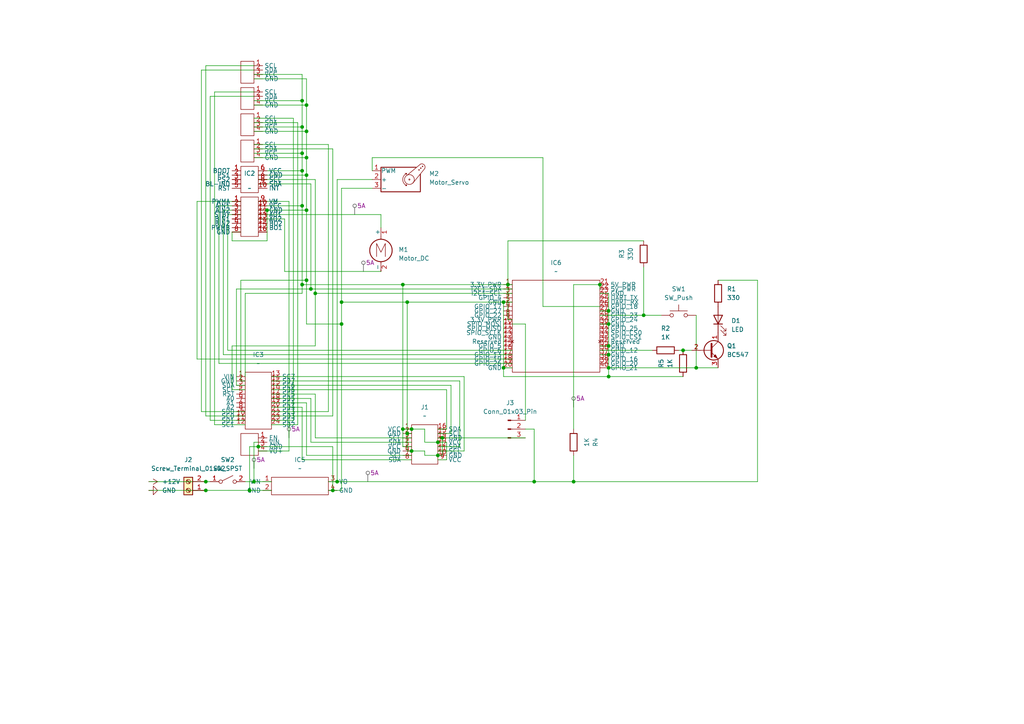
<source format=kicad_sch>
(kicad_sch (version 20250114) (generator "eeschema") (generator_version "9.0")
  (paper "A4")
  (lib_symbols
    (symbol "Connector:Conn_01x03_Pin" (pin_names (offset 1.016) (hide yes))
      (property "Reference" "J" (at 0 5.08 0))
      (property "Value" "Conn_01x03_Pin" (at 0 -5.08 0))
      (symbol "Conn_01x03_Pin_1_1"
        (rectangle (start 0.8636 2.667) (end 0 2.413) (stroke (width 0.1524)) (fill (type outline)))
        (rectangle (start 0.8636 0.127) (end 0 -0.127) (stroke (width 0.1524)) (fill (type outline)))
        (rectangle (start 0.8636 -2.413) (end 0 -2.667) (stroke (width 0.1524)) (fill (type outline)))
        (polyline (pts (xy 1.27 2.54) (xy 0.8636 2.54)) (stroke (width 0.1524)))
        (polyline (pts (xy 1.27 0) (xy 0.8636 0)) (stroke (width 0.1524)))
        (polyline (pts (xy 1.27 -2.54) (xy 0.8636 -2.54)) (stroke (width 0.1524)))
        (pin passive line (at 5.08 2.54 180) (length 3.81) (name "Pin_1") (number "1"))
        (pin passive line (at 5.08 0 180) (length 3.81) (name "Pin_2") (number "2"))
        (pin passive line (at 5.08 -2.54 180) (length 3.81) (name "Pin_3") (number "3"))
      )
    )
    (symbol "Connector:Screw_Terminal_01x02" (pin_names (offset 1.016) (hide yes))
      (property "Reference" "J" (at 0 2.54 0))
      (property "Value" "Screw_Terminal_01x02" (at 0 -5.08 0))
      (symbol "Screw_Terminal_01x02_1_1"
        (rectangle (start -1.27 1.27) (end 1.27 -3.81) (stroke (width 0.254)) (fill (type background)))
        (polyline (pts (xy -0.5334 0.3302) (xy 0.3302 -0.508)) (stroke (width 0.1524)))
        (polyline (pts (xy -0.5334 -2.2098) (xy 0.3302 -3.048)) (stroke (width 0.1524)))
        (polyline (pts (xy -0.3556 0.508) (xy 0.508 -0.3302)) (stroke (width 0.1524)))
        (polyline (pts (xy -0.3556 -2.032) (xy 0.508 -2.8702)) (stroke (width 0.1524)))
        (circle (center 0 0) (radius 0.635) (stroke (width 0.1524)))
        (circle (center 0 -2.54) (radius 0.635) (stroke (width 0.1524)))
        (pin passive line (at -5.08 0 0) (length 3.81) (name "Pin_1") (number "1"))
        (pin passive line (at -5.08 -2.54 0) (length 3.81) (name "Pin_2") (number "2"))
      )
    )
    (symbol "Connector:VL53l1x"
      (symbol "VL53l1x_0_1"
        (rectangle (start 3.81 -3.81) (end 0 2.54))
      )
      (symbol "VL53l1x_1_1"
        (pin bidirectional line (at 3.81 1.27 0) (length 2.54) (name "SCL") (number "1"))
        (pin bidirectional line (at 3.81 0 0) (length 2.54) (name "SDA") (number "2"))
        (pin power_in line (at 3.81 -1.27 0) (length 2.54) (name "VCC") (number "3"))
        (pin power_in line (at 3.81 -2.54 0) (length 2.54) (name "GND") (number "4"))
      )
    )
    (symbol "Connector_Generic:Conn_04x04"
      (property "Reference" "J" (at 0 0 0))
      (symbol "Conn_04x04_0_1"
        (rectangle (start -3.81 5.08) (end 3.81 -6.35))
      )
      (symbol "Conn_04x04_1_1"
        (pin power_in line (at -3.81 3.81 180) (length 2.54) (name "VCC") (number "1"))
        (pin power_in line (at -3.81 2.54 180) (length 2.54) (name "GND") (number "2"))
        (pin bidirectional line (at -3.81 1.27 180) (length 2.54) (name "SCL") (number "3"))
        (pin bidirectional line (at -3.81 0 180) (length 2.54) (name "SDA") (number "4"))
        (pin power_in line (at -3.81 -1.27 180) (length 2.54) (name "VCC") (number "5"))
        (pin power_in line (at -3.81 -2.54 180) (length 2.54) (name "GND") (number "6"))
        (pin bidirectional line (at -3.81 -3.81 180) (length 2.54) (name "SCl") (number "7"))
        (pin bidirectional line (at -3.81 -5.08 180) (length 2.54) (name "SDA") (number "8"))
        (pin bidirectional line (at 3.81 3.81 0) (length 2.54) (name "SDA") (number "16"))
        (pin bidirectional line (at 3.81 2.54 0) (length 2.54) (name "SCL") (number "15"))
        (pin power_in line (at 3.81 1.27 0) (length 2.54) (name "GND") (number "14"))
        (pin power_in line (at 3.81 0 0) (length 2.54) (name "VCC") (number "13"))
        (pin bidirectional line (at 3.81 -1.27 0) (length 2.54) (name "SDA") (number "12"))
        (pin bidirectional line (at 3.81 -2.54 0) (length 2.54) (name "SCL") (number "11"))
        (pin power_in line (at 3.81 -3.81 0) (length 2.54) (name "GND") (number "10"))
        (pin power_in line (at 3.81 -5.08 0) (length 2.54) (name "VCC") (number "9"))
      )
    )
    (symbol "Converter_DCDC:Buck_converter_12v_to_5v"
      (property "Reference" "IC" (at 0 0 0))
      (symbol "Buck_converter_12v_to_5v_0_1"
        (rectangle (start -7.62 2.54) (end 8.89 -2.54))
      )
      (symbol "Buck_converter_12v_to_5v_1_1"
        (pin power_in line (at -7.62 1.27 180) (length 2.54) (name "VIN") (number "1"))
        (pin power_in line (at -7.62 -1.27 180) (length 2.54) (name "GND") (number "2"))
        (pin power_out line (at 8.89 1.27 0) (length 2.54) (name "VO") (number "3"))
        (pin power_out line (at 8.89 -1.27 0) (length 2.54) (name "GND") (number "4"))
      )
    )
    (symbol "Converter_DCDC:Buck_converter_12v_to_9v"
      (symbol "Buck_converter_12v_to_9v_0_1"
        (rectangle (start 2.54 -3.81) (end -2.54 2.54))
      )
      (symbol "Buck_converter_12v_to_9v_1_1"
        (pin input line (at 2.54 1.27 0) (length 2.54) (name "EN") (number "1"))
        (pin power_in line (at 2.54 0 0) (length 2.54) (name "VIN") (number "2"))
        (pin power_in line (at 2.54 -1.27 0) (length 2.54) (name "GND") (number "3"))
        (pin power_out line (at 2.54 -2.54 0) (length 2.54) (name "VO+") (number "4"))
      )
    )
    (symbol "Device:LED" (pin_numbers (hide yes)) (pin_names (offset 1.016) (hide yes))
      (property "Reference" "D" (at 0 2.54 0))
      (property "Value" "LED" (at 0 -2.54 0))
      (symbol "LED_0_1"
        (polyline (pts (xy -3.048 -0.762) (xy -4.572 -2.286) (xy -3.81 -2.286) (xy -4.572 -2.286) (xy -4.572 -1.524)))
        (polyline (pts (xy -1.778 -0.762) (xy -3.302 -2.286) (xy -2.54 -2.286) (xy -3.302 -2.286) (xy -3.302 -1.524)))
        (polyline (pts (xy -1.27 0) (xy 1.27 0)))
        (polyline (pts (xy -1.27 -1.27) (xy -1.27 1.27)) (stroke (width 0.254)))
        (polyline (pts (xy 1.27 -1.27) (xy 1.27 1.27) (xy -1.27 0) (xy 1.27 -1.27)) (stroke (width 0.254)))
      )
      (symbol "LED_1_1"
        (pin passive line (at -3.81 0 0) (length 2.54) (name "K") (number "1"))
        (pin passive line (at 3.81 0 180) (length 2.54) (name "A") (number "2"))
      )
    )
    (symbol "Device:R" (pin_numbers (hide yes)) (pin_names (offset 0))
      (property "Reference" "R" (at 2.032 0 90))
      (property "Value" "R" (at 0 0 90))
      (symbol "R_0_1"
        (rectangle (start -1.016 -2.54) (end 1.016 2.54) (stroke (width 0.254)))
      )
      (symbol "R_1_1"
        (pin passive line (at 0 3.81 270) (length 1.27) (name "~") (number "1"))
        (pin passive line (at 0 -3.81 90) (length 1.27) (name "~") (number "2"))
      )
    )
    (symbol "Driver_Motor:TB6612FNG_sparkfun_breakout_board"
      (property "Reference" "IC" (at 0 0 0))
      (symbol "TB6612FNG_sparkfun_breakout_board_0_1"
        (rectangle (start 2.54 -3.81) (end -2.54 7.62))
      )
      (symbol "TB6612FNG_sparkfun_breakout_board_1_1"
        (pin input line (at -2.54 6.35 180) (length 2.54) (name "PWMA") (number "1"))
        (pin input line (at -2.54 5.08 180) (length 2.54) (name "AIN1") (number "2"))
        (pin input line (at -2.54 3.81 180) (length 2.54) (name "AIN2") (number "3"))
        (pin input line (at -2.54 2.54 180) (length 2.54) (name "STBY") (number "4"))
        (pin input line (at -2.54 1.27 180) (length 2.54) (name "BIN1") (number "5"))
        (pin input line (at -2.54 0 180) (length 2.54) (name "BIN2") (number "6"))
        (pin input line (at -2.54 -1.27 180) (length 2.54) (name "PWMB") (number "7"))
        (pin power_in line (at -2.54 -2.54 180) (length 2.54) (name "GND") (number "8"))
        (pin power_in line (at 2.54 6.35 0) (length 2.54) (name "VM") (number "9"))
        (pin power_in line (at 2.54 5.08 0) (length 2.54) (name "VCC") (number "10"))
        (pin power_in line (at 2.54 3.81 0) (length 2.54) (name "GND") (number "11"))
        (pin output line (at 2.54 2.54 0) (length 2.54) (name "AO1") (number "12"))
        (pin output line (at 2.54 1.27 0) (length 2.54) (name "AO2") (number "13"))
        (pin output line (at 2.54 0 0) (length 2.54) (name "BO2") (number "14"))
        (pin output line (at 2.54 -1.27 0) (length 2.54) (name "BO1") (number "15"))
        (pin power_in line (at 2.54 -2.54 0) (length 2.54) (name "") (number "16"))
      )
    )
    (symbol "Interface_Expansion:TCA9548A"
      (property "Reference" "IC" (at 0 0 0))
      (symbol "TCA9548A_0_1"
        (rectangle (start 3.81 -6.35) (end -3.81 10.16))
      )
      (symbol "TCA9548A_1_1"
        (pin power_in line (at -3.81 8.89 180) (length 2.54) (name "VIN") (number "1"))
        (pin power_in line (at -3.81 7.62 180) (length 2.54) (name "GND") (number "2"))
        (pin bidirectional line (at -3.81 6.35 180) (length 2.54) (name "SDA") (number "3"))
        (pin bidirectional line (at -3.81 5.08 180) (length 2.54) (name "SCL") (number "4"))
        (pin input line (at -3.81 3.81 180) (length 2.54) (name "RST") (number "5"))
        (pin input line (at -3.81 2.54 180) (length 2.54) (name "A0") (number "6"))
        (pin input line (at -3.81 1.27 180) (length 2.54) (name "A1") (number "7"))
        (pin input line (at -3.81 0 180) (length 2.54) (name "A2") (number "8"))
        (pin bidirectional line (at -3.81 -1.27 180) (length 2.54) (name "SD0") (number "9"))
        (pin bidirectional line (at -3.81 -2.54 180) (length 2.54) (name "SC0") (number "10"))
        (pin bidirectional line (at -3.81 -3.81 180) (length 2.54) (name "SD1") (number "11"))
        (pin bidirectional line (at -3.81 -5.08 180) (length 2.54) (name "SC1") (number "12"))
        (pin bidirectional line (at 3.81 8.89 0) (length 2.54) (name "SC7") (number "13"))
        (pin bidirectional line (at 3.81 7.62 0) (length 2.54) (name "SD7") (number "14"))
        (pin bidirectional line (at 3.81 6.35 0) (length 2.54) (name "SC6") (number "15"))
        (pin bidirectional line (at 3.81 5.08 0) (length 2.54) (name "SD6") (number "16"))
        (pin bidirectional line (at 3.81 3.81 0) (length 2.54) (name "SC5") (number "17"))
        (pin bidirectional line (at 3.81 2.54 0) (length 2.54) (name "SD5") (number "18"))
        (pin bidirectional line (at 3.81 1.27 0) (length 2.54) (name "SC4") (number "19"))
        (pin bidirectional line (at 3.81 0 0) (length 2.54) (name "SD4") (number "20"))
        (pin bidirectional line (at 3.81 -1.27 0) (length 2.54) (name "SC3") (number "21"))
        (pin bidirectional line (at 3.81 -2.54 0) (length 2.54) (name "SD3") (number "22"))
        (pin bidirectional line (at 3.81 -3.81 0) (length 2.54) (name "SC2") (number "23"))
        (pin bidirectional line (at 3.81 -5.08 0) (length 2.54) (name "SD2") (number "24"))
      )
    )
    (symbol "MCU_Module:Raspberry_Pi_5"
      (property "Reference" "IC" (at 0 0 0))
      (symbol "Raspberry_Pi_5_0_1"
        (rectangle (start 12.7 -13.97) (end -12.7 12.7))
      )
      (symbol "Raspberry_Pi_5_1_1"
        (pin power_out line (at -12.7 11.43 180) (length 2.54) (name "3.3V_PWR") (number "1"))
        (pin bidirectional line (at -12.7 10.16 180) (length 2.54) (name "I2C1_SDA") (number "2"))
        (pin bidirectional line (at -12.7 8.89 180) (length 2.54) (name "I2C1_SCL") (number "3"))
        (pin bidirectional line (at -12.7 7.62 180) (length 2.54) (name "GPIO_4") (number "4"))
        (pin power_in line (at -12.7 6.35 180) (length 2.54) (name "GND") (number "5"))
        (pin bidirectional line (at -12.7 5.08 180) (length 2.54) (name "GPIO_17") (number "6"))
        (pin bidirectional line (at -12.7 3.81 180) (length 2.54) (name "GPIO_27") (number "7"))
        (pin bidirectional line (at -12.7 2.54 180) (length 2.54) (name "GPIO_22") (number "8"))
        (pin power_out line (at -12.7 1.27 180) (length 2.54) (name "3.3V_PWR") (number "9"))
        (pin output line (at -12.7 0 180) (length 2.54) (name "SPIO_MOSI") (number "10"))
        (pin input line (at -12.7 -1.27 180) (length 2.54) (name "SPIO_MISO") (number "11"))
        (pin output line (at -12.7 -2.54 180) (length 2.54) (name "SPIO_SCLK") (number "12"))
        (pin power_in line (at -12.7 -3.81 180) (length 2.54) (name "GND") (number "13"))
        (pin no_connect line (at -12.7 -5.08 180) (length 2.54) (name "Reserved") (number "14"))
        (pin bidirectional line (at -12.7 -6.35 180) (length 2.54) (name "GPIO_5") (number "15"))
        (pin bidirectional line (at -12.7 -7.62 180) (length 2.54) (name "GPIO_6") (number "16"))
        (pin bidirectional line (at -12.7 -8.89 180) (length 2.54) (name "GPIO_13") (number "17"))
        (pin bidirectional line (at -12.7 -10.16 180) (length 2.54) (name "GPIO_19") (number "18"))
        (pin bidirectional line (at -12.7 -11.43 180) (length 2.54) (name "GPIO_26") (number "19"))
        (pin power_in line (at -12.7 -12.7 180) (length 2.54) (name "GND") (number "20"))
        (pin power_out line (at 12.7 11.43 0) (length 2.54) (name "5V_PWR") (number "21"))
        (pin power_out line (at 12.7 10.16 0) (length 2.54) (name "5V_PWR") (number "22"))
        (pin power_in line (at 12.7 8.89 0) (length 2.54) (name "GND") (number "23"))
        (pin input line (at 12.7 7.62 0) (length 2.54) (name "UART_TX") (number "24"))
        (pin input line (at 12.7 6.35 0) (length 2.54) (name "UART_RX") (number "25"))
        (pin bidirectional line (at 12.7 5.08 0) (length 2.54) (name "GPIO_18") (number "26"))
        (pin power_in line (at 12.7 3.81 0) (length 2.54) (name "GND") (number "27"))
        (pin bidirectional line (at 12.7 2.54 0) (length 2.54) (name "GPIO_23") (number "28"))
        (pin bidirectional line (at 12.7 1.27 0) (length 2.54) (name "GPIO_24") (number "29"))
        (pin power_in line (at 12.7 0 0) (length 2.54) (name "GND") (number "30"))
        (pin bidirectional line (at 12.7 -1.27 0) (length 2.54) (name "GPIO_25") (number "31"))
        (pin output line (at 12.7 -2.54 0) (length 2.54) (name "SPIO_CS0") (number "32"))
        (pin output line (at 12.7 -3.81 0) (length 2.54) (name "SPIO_CS1") (number "33"))
        (pin no_connect line (at 12.7 -5.08 0) (length 2.54) (name "Reserved") (number "34"))
        (pin power_in line (at 12.7 -6.35 0) (length 2.54) (name "GND") (number "35"))
        (pin bidirectional line (at 12.7 -7.62 0) (length 2.54) (name "GPIO_12") (number "36"))
        (pin power_in line (at 12.7 -8.89 0) (length 2.54) (name "GND") (number "37"))
        (pin bidirectional line (at 12.7 -10.16 0) (length 2.54) (name "GPIO_16") (number "38"))
        (pin bidirectional line (at 12.7 -11.43 0) (length 2.54) (name "GPIO_20") (number "39"))
        (pin bidirectional line (at 12.7 -12.7 0) (length 2.54) (name "GPIO_21") (number "40"))
      )
    )
    (symbol "Motor:Motor_DC" (pin_names (offset 0))
      (property "Reference" "M" (at 2.54 2.54 0))
      (property "Value" "Motor_DC" (at 2.54 -5.08 0))
      (symbol "Motor_DC_0_0"
        (polyline (pts (xy -1.27 -3.302) (xy -1.27 0.508) (xy 0 -2.032) (xy 1.27 0.508) (xy 1.27 -3.302)))
      )
      (symbol "Motor_DC_0_1"
        (polyline (pts (xy 0 2.032) (xy 0 2.54)))
        (polyline (pts (xy 0 1.7272) (xy 0 2.0828)))
        (circle (center 0 -1.524) (radius 3.2512) (stroke (width 0.254)))
        (polyline (pts (xy 0 -4.7752) (xy 0 -5.1816)))
        (polyline (pts (xy 0 -7.62) (xy 0 -7.112)))
      )
      (symbol "Motor_DC_1_1"
        (pin passive line (at 0 5.08 270) (length 2.54) (name "+") (number "1"))
        (pin passive line (at 0 -7.62 90) (length 2.54) (name "-") (number "2"))
      )
    )
    (symbol "Motor:Motor_Servo" (pin_names (offset 0.0254))
      (property "Reference" "M" (at -5.08 4.445 0))
      (property "Value" "Motor_Servo" (at -5.08 -4.064 0))
      (symbol "Motor_Servo_0_1"
        (polyline (pts (xy 2.413 1.778) (xy 1.905 1.778)))
        (polyline (pts (xy 2.413 1.778) (xy 2.286 1.397)))
        (polyline (pts (xy 2.413 -1.778) (xy 2.032 -1.778)))
        (polyline (pts (xy 2.413 -1.778) (xy 2.286 -1.397)))
        (arc (start 2.413 -1.778) (mid 1.2406 0) (end 2.413 1.778))
        (circle (center 3.175 0) (radius 0.1778))
        (circle (center 3.175 0) (radius 1.4224))
        (polyline (pts (xy 5.08 3.556) (xy -5.08 3.556) (xy -5.08 -3.556) (xy 6.35 -3.556) (xy 6.35 1.524)) (stroke (width 0.254)))
        (circle (center 5.969 2.794) (radius 0.127))
        (polyline (pts (xy 6.35 4.445) (xy 2.54 1.27)))
        (circle (center 6.477 3.302) (radius 0.127))
        (arc (start 6.35 4.445) (mid 7.4487 4.2737) (end 7.62 3.175))
        (circle (center 6.985 3.81) (radius 0.127))
        (polyline (pts (xy 7.62 3.175) (xy 4.191 -1.016)))
      )
      (symbol "Motor_Servo_1_1"
        (pin passive line (at -7.62 2.54 0) (length 2.54) (name "PWM") (number "1"))
        (pin passive line (at -7.62 0 0) (length 2.54) (name "+") (number "2"))
        (pin passive line (at -7.62 -2.54 0) (length 2.54) (name "-") (number "3"))
      )
    )
    (symbol "Sensor_Motion:DFRobot_BNO055"
      (property "Reference" "IC" (at -1.27 -1.27 0))
      (symbol "DFRobot_BNO055_0_1"
        (rectangle (start 2.54 -3.81) (end -2.54 3.81))
      )
      (symbol "DFRobot_BNO055_1_1"
        (pin input line (at -2.54 2.54 180) (length 2.54) (name "BOOT") (number "1"))
        (pin input line (at -2.54 1.27 180) (length 2.54) (name "PS1") (number "2"))
        (pin input line (at -2.54 0 180) (length 2.54) (name "PS2") (number "3"))
        (pin output line (at -2.54 -1.27 180) (length 2.54) (name "BL-IND") (number "4"))
        (pin input line (at -2.54 -2.54 180) (length 2.54) (name "RST") (number "5"))
        (pin power_in line (at 2.54 2.54 0) (length 2.54) (name "VCC") (number "6"))
        (pin power_in line (at 2.54 1.27 0) (length 2.54) (name "GND") (number "7"))
        (pin bidirectional line (at 2.54 0 0) (length 2.54) (name "SCL") (number "8"))
        (pin bidirectional line (at 2.54 -1.27 0) (length 2.54) (name "SDA") (number "9"))
        (pin output line (at 2.54 -2.54 0) (length 2.54) (name "INT") (number "10"))
      )
    )
    (symbol "Switch:SW_Push" (pin_numbers (hide yes)) (pin_names (offset 1.016) (hide yes))
      (property "Reference" "SW" (at 1.27 2.54 0))
      (property "Value" "SW_Push" (at 0 -1.524 0))
      (symbol "SW_Push_0_1"
        (circle (center -2.032 0) (radius 0.508))
        (polyline (pts (xy 0 1.27) (xy 0 3.048)))
        (circle (center 2.032 0) (radius 0.508))
        (polyline (pts (xy 2.54 1.27) (xy -2.54 1.27)))
        (pin passive line (at -5.08 0 0) (length 2.54) (name "1") (number "1"))
        (pin passive line (at 5.08 0 180) (length 2.54) (name "2") (number "2"))
      )
    )
    (symbol "Switch:SW_SPST" (pin_names (offset 0) (hide yes))
      (property "Reference" "SW" (at 0 3.175 0))
      (property "Value" "SW_SPST" (at 0 -2.54 0))
      (symbol "SW_SPST_0_0"
        (circle (center -2.032 0) (radius 0.508))
        (polyline (pts (xy -1.524 0.254) (xy 1.524 1.778)))
        (circle (center 2.032 0) (radius 0.508))
      )
      (symbol "SW_SPST_1_1"
        (pin passive line (at -5.08 0 0) (length 2.54) (name "A") (number "1"))
        (pin passive line (at 5.08 0 180) (length 2.54) (name "B") (number "2"))
      )
    )
    (symbol "Transistor_BJT:BC547" (pin_names (offset 0) (hide yes))
      (property "Reference" "Q" (at 5.08 1.905 0))
      (property "Value" "BC547" (at 5.08 0 0))
      (symbol "BC547_0_1"
        (polyline (pts (xy -2.54 0) (xy 0.635 0)))
        (polyline (pts (xy 0.635 1.905) (xy 0.635 -1.905)) (stroke (width 0.508)))
        (circle (center 1.27 0) (radius 2.8194) (stroke (width 0.254)))
      )
      (symbol "BC547_1_1"
        (polyline (pts (xy 0.635 0.635) (xy 2.54 2.54)))
        (polyline (pts (xy 0.635 -0.635) (xy 2.54 -2.54)))
        (polyline (pts (xy 1.27 -1.778) (xy 1.778 -1.27) (xy 2.286 -2.286) (xy 1.27 -1.778)) (fill (type outline)))
        (pin input line (at -5.08 0 0) (length 2.54) (name "B") (number "2"))
        (pin passive line (at 2.54 5.08 270) (length 2.54) (name "C") (number "1"))
        (pin passive line (at 2.54 -5.08 90) (length 2.54) (name "E") (number "3"))
      )
    )
    (symbol "power:+12V" (power) (pin_numbers (hide yes)) (pin_names (offset 0) (hide yes))
      (property "Value" "+12V" (at 0 3.556 0))
      (symbol "+12V_0_1"
        (polyline (pts (xy -0.762 1.27) (xy 0 2.54)))
        (polyline (pts (xy 0 2.54) (xy 0.762 1.27)))
        (polyline (pts (xy 0 0) (xy 0 2.54)))
      )
      (symbol "+12V_1_1"
        (pin power_in line (at 0 0 90) (length 0) (name "~") (number "1"))
      )
    )
    (symbol "power:GND" (power) (pin_numbers (hide yes)) (pin_names (offset 0) (hide yes))
      (property "Value" "GND" (at 0 -3.81 0))
      (symbol "GND_0_1"
        (polyline (pts (xy 0 0) (xy 0 -1.27) (xy 1.27 -1.27) (xy 0 -2.54) (xy -1.27 -1.27) (xy 0 -1.27)))
      )
      (symbol "GND_1_1"
        (pin power_in line (at 0 0 270) (length 0) (name "~") (number "1"))
      )
    )
  )
  (junction (at 119.38 130.81))
  (junction (at 96.52 142.24))
  (junction (at 118.11 125.73))
  (junction (at 119.38 124.46))
  (junction (at 186.69 91.44))
  (junction (at 88.9 38.1))
  (junction (at 176.53 102.87))
  (junction (at 77.47 60.96))
  (junction (at 146.05 87.63))
  (junction (at 99.06 93.98))
  (junction (at 88.9 81.28))
  (junction (at 176.53 106.68))
  (junction (at 198.12 101.6))
  (junction (at 87.63 36.83))
  (junction (at 88.9 45.72))
  (junction (at 74.93 129.54))
  (junction (at 173.99 82.55))
  (junction (at 116.84 124.46))
  (junction (at 146.05 106.68))
  (junction (at 127 128.27))
  (junction (at 73.66 139.7))
  (junction (at 88.9 60.96))
  (junction (at 176.53 93.98))
  (junction (at 176.53 100.33))
  (junction (at 88.9 50.8))
  (junction (at 97.79 139.7))
  (junction (at 127 132.08))
  (junction (at 201.93 106.68))
  (junction (at 59.69 139.7))
  (junction (at 87.63 44.45))
  (junction (at 87.63 59.69))
  (junction (at 176.53 109.22))
  (junction (at 88.9 30.48))
  (junction (at 91.44 85.09))
  (junction (at 116.84 82.55))
  (junction (at 166.37 139.7))
  (junction (at 72.39 142.24))
  (junction (at 147.32 82.55))
  (junction (at 90.17 83.82))
  (junction (at 87.63 29.21))
  (junction (at 59.69 142.24))
  (junction (at 87.63 49.53))
  (junction (at 154.94 139.7))
  (junction (at 118.11 87.63))
  (junction (at 176.53 90.17))
  (junction (at 128.27 127))
  (junction (at 87.63 82.55))
  (junction (at 99.06 87.63))
  (wire (pts (xy 77.47 60.96) (xy 88.9 60.96)))
  (wire (pts (xy 198.12 101.6) (xy 200.66 101.6)))
  (wire (pts (xy 85.09 121.92) (xy 85.09 34.29)))
  (wire (pts (xy 127 133.35) (xy 129.54 133.35)))
  (wire (pts (xy 77.47 69.85) (xy 77.47 60.96)))
  (wire (pts (xy 87.63 36.83) (xy 87.63 44.45)))
  (wire (pts (xy 68.58 111.76) (xy 68.58 83.82)))
  (wire (pts (xy 71.12 139.7) (xy 73.66 139.7)))
  (wire (pts (xy 176.53 106.68) (xy 201.93 106.68)))
  (wire (pts (xy 148.59 85.09) (xy 91.44 85.09)))
  (wire (pts (xy 133.35 110.49) (xy 133.35 129.54)))
  (wire (pts (xy 119.38 133.35) (xy 87.63 133.35)))
  (wire (pts (xy 62.23 26.67) (xy 62.23 123.19)))
  (wire (pts (xy 72.39 129.54) (xy 72.39 142.24)))
  (wire (pts (xy 69.85 59.69) (xy 63.5 59.69)))
  (wire (pts (xy 43.18 139.7) (xy 59.69 139.7)))
  (wire (pts (xy 118.11 87.63) (xy 118.11 125.73)))
  (wire (pts (xy 116.84 129.54) (xy 119.38 129.54)))
  (wire (pts (xy 88.9 30.48) (xy 88.9 38.1)))
  (wire (pts (xy 87.63 44.45) (xy 87.63 49.53)))
  (wire (pts (xy 59.69 142.24) (xy 72.39 142.24)))
  (wire (pts (xy 157.48 88.9) (xy 157.48 45.72)))
  (wire (pts (xy 74.93 59.69) (xy 87.63 59.69)))
  (wire (pts (xy 129.54 133.35) (xy 129.54 128.27)))
  (wire (pts (xy 64.77 60.96) (xy 64.77 102.87)))
  (wire (pts (xy 146.05 106.68) (xy 146.05 87.63)))
  (wire (pts (xy 127 130.81) (xy 134.62 130.81)))
  (wire (pts (xy 146.05 106.68) (xy 146.05 109.22)))
  (wire (pts (xy 107.95 52.07) (xy 97.79 52.07)))
  (wire (pts (xy 83.82 130.81) (xy 83.82 58.42)))
  (wire (pts (xy 134.62 130.81) (xy 134.62 109.22)))
  (wire (pts (xy 71.12 119.38) (xy 58.42 119.38)))
  (wire (pts (xy 66.04 101.6) (xy 66.04 62.23)))
  (wire (pts (xy 129.54 128.27) (xy 127 128.27)))
  (wire (pts (xy 57.15 104.14) (xy 148.59 104.14)))
  (wire (pts (xy 173.99 82.55) (xy 166.37 82.55)))
  (wire (pts (xy 97.79 139.7) (xy 95.25 139.7)))
  (wire (pts (xy 88.9 45.72) (xy 73.66 45.72)))
  (wire (pts (xy 173.99 102.87) (xy 176.53 102.87)))
  (wire (pts (xy 90.17 53.34) (xy 74.93 53.34)))
  (wire (pts (xy 176.53 93.98) (xy 176.53 100.33)))
  (wire (pts (xy 173.99 91.44) (xy 186.69 91.44)))
  (wire (pts (xy 157.48 45.72) (xy 107.95 45.72)))
  (wire (pts (xy 58.42 20.32) (xy 73.66 20.32)))
  (wire (pts (xy 154.94 124.46) (xy 152.4 124.46)))
  (wire (pts (xy 127 127) (xy 128.27 127)))
  (wire (pts (xy 67.31 67.31) (xy 67.31 69.85)))
  (wire (pts (xy 90.17 115.57) (xy 78.74 115.57)))
  (wire (pts (xy 88.9 38.1) (xy 73.66 38.1)))
  (wire (pts (xy 186.69 77.47) (xy 186.69 91.44)))
  (wire (pts (xy 166.37 132.08) (xy 166.37 139.7)))
  (wire (pts (xy 219.71 139.7) (xy 166.37 139.7)))
  (wire (pts (xy 78.74 119.38) (xy 95.25 119.38)))
  (wire (pts (xy 147.32 82.55) (xy 116.84 82.55)))
  (wire (pts (xy 119.38 124.46) (xy 116.84 124.46)))
  (wire (pts (xy 219.71 81.28) (xy 219.71 139.7)))
  (wire (pts (xy 99.06 87.63) (xy 99.06 54.61)))
  (wire (pts (xy 148.59 87.63) (xy 146.05 87.63)))
  (wire (pts (xy 59.69 120.65) (xy 59.69 19.05)))
  (wire (pts (xy 176.53 100.33) (xy 173.99 100.33)))
  (wire (pts (xy 119.38 130.81) (xy 118.11 130.81)))
  (wire (pts (xy 72.39 142.24) (xy 78.74 142.24)))
  (wire (pts (xy 148.59 82.55) (xy 147.32 82.55)))
  (wire (pts (xy 88.9 93.98) (xy 99.06 93.98)))
  (wire (pts (xy 166.37 139.7) (xy 154.94 139.7)))
  (wire (pts (xy 73.66 27.94) (xy 60.96 27.94)))
  (wire (pts (xy 90.17 128.27) (xy 90.17 115.57)))
  (wire (pts (xy 63.5 59.69) (xy 63.5 105.41)))
  (wire (pts (xy 95.25 142.24) (xy 96.52 142.24)))
  (wire (pts (xy 87.63 85.09) (xy 71.12 85.09)))
  (wire (pts (xy 129.54 124.46) (xy 129.54 113.03)))
  (wire (pts (xy 60.96 121.92) (xy 71.12 121.92)))
  (wire (pts (xy 133.35 129.54) (xy 127 129.54)))
  (wire (pts (xy 58.42 119.38) (xy 58.42 20.32)))
  (wire (pts (xy 63.5 105.41) (xy 148.59 105.41)))
  (wire (pts (xy 176.53 90.17) (xy 173.99 90.17)))
  (wire (pts (xy 116.84 124.46) (xy 116.84 129.54)))
  (wire (pts (xy 43.18 142.24) (xy 59.69 142.24)))
  (wire (pts (xy 87.63 82.55) (xy 87.63 85.09)))
  (wire (pts (xy 107.95 45.72) (xy 107.95 49.53)))
  (wire (pts (xy 87.63 44.45) (xy 73.66 44.45)))
  (wire (pts (xy 154.94 139.7) (xy 97.79 139.7)))
  (wire (pts (xy 68.58 83.82) (xy 90.17 83.82)))
  (wire (pts (xy 62.23 123.19) (xy 71.12 123.19)))
  (wire (pts (xy 173.99 85.09) (xy 176.53 85.09)))
  (wire (pts (xy 59.69 19.05) (xy 73.66 19.05)))
  (wire (pts (xy 186.69 91.44) (xy 191.77 91.44)))
  (wire (pts (xy 87.63 29.21) (xy 73.66 29.21)))
  (wire (pts (xy 88.9 116.84) (xy 88.9 132.08)))
  (wire (pts (xy 128.27 127) (xy 152.4 127)))
  (wire (pts (xy 69.85 110.49) (xy 69.85 81.28)))
  (wire (pts (xy 78.74 110.49) (xy 133.35 110.49)))
  (wire (pts (xy 59.69 139.7) (xy 60.96 139.7)))
  (wire (pts (xy 208.28 81.28) (xy 219.71 81.28)))
  (wire (pts (xy 78.74 121.92) (xy 85.09 121.92)))
  (wire (pts (xy 88.9 45.72) (xy 88.9 50.8)))
  (wire (pts (xy 99.06 87.63) (xy 99.06 93.98)))
  (wire (pts (xy 96.52 43.18) (xy 73.66 43.18)))
  (wire (pts (xy 119.38 130.81) (xy 123.19 130.81)))
  (wire (pts (xy 60.96 27.94) (xy 60.96 121.92)))
  (wire (pts (xy 148.59 106.68) (xy 146.05 106.68)))
  (wire (pts (xy 201.93 91.44) (xy 201.93 106.68)))
  (wire (pts (xy 91.44 127) (xy 119.38 127)))
  (wire (pts (xy 74.93 129.54) (xy 96.52 129.54)))
  (wire (pts (xy 130.81 125.73) (xy 127 125.73)))
  (wire (pts (xy 82.55 63.5) (xy 82.55 78.74)))
  (wire (pts (xy 64.77 102.87) (xy 148.59 102.87)))
  (wire (pts (xy 66.04 101.6) (xy 148.59 101.6)))
  (wire (pts (xy 68.58 111.76) (xy 71.12 111.76)))
  (wire (pts (xy 176.53 106.68) (xy 176.53 109.22)))
  (wire (pts (xy 148.59 83.82) (xy 90.17 83.82)))
  (wire (pts (xy 73.66 139.7) (xy 78.74 139.7)))
  (wire (pts (xy 119.38 124.46) (xy 123.19 124.46)))
  (wire (pts (xy 95.25 119.38) (xy 95.25 41.91)))
  (wire (pts (xy 69.85 110.49) (xy 71.12 110.49)))
  (wire (pts (xy 57.15 104.14) (xy 57.15 58.42)))
  (wire (pts (xy 88.9 50.8) (xy 88.9 60.96)))
  (wire (pts (xy 74.93 49.53) (xy 87.63 49.53)))
  (wire (pts (xy 73.66 26.67) (xy 62.23 26.67)))
  (wire (pts (xy 88.9 132.08) (xy 119.38 132.08)))
  (wire (pts (xy 71.12 120.65) (xy 59.69 120.65)))
  (wire (pts (xy 73.66 139.7) (xy 73.66 128.27)))
  (wire (pts (xy 166.37 82.55) (xy 166.37 124.46)))
  (wire (pts (xy 71.12 85.09) (xy 71.12 109.22)))
  (wire (pts (xy 83.82 58.42) (xy 74.93 58.42)))
  (wire (pts (xy 176.53 85.09) (xy 176.53 90.17)))
  (wire (pts (xy 97.79 52.07) (xy 97.79 139.7)))
  (wire (pts (xy 87.63 29.21) (xy 87.63 36.83)))
  (wire (pts (xy 64.77 60.96) (xy 69.85 60.96)))
  (wire (pts (xy 147.32 69.85) (xy 147.32 82.55)))
  (wire (pts (xy 90.17 53.34) (xy 90.17 83.82)))
  (wire (pts (xy 74.93 50.8) (xy 88.9 50.8)))
  (wire (pts (xy 91.44 100.33) (xy 91.44 85.09)))
  (wire (pts (xy 173.99 82.55) (xy 173.99 83.82)))
  (wire (pts (xy 176.53 106.68) (xy 176.53 102.87)))
  (wire (pts (xy 78.74 116.84) (xy 88.9 116.84)))
  (wire (pts (xy 67.31 113.03) (xy 67.31 100.33)))
  (wire (pts (xy 110.49 62.23) (xy 110.49 66.04)))
  (wire (pts (xy 87.63 59.69) (xy 87.63 82.55)))
  (wire (pts (xy 123.19 124.46) (xy 123.19 128.27)))
  (wire (pts (xy 96.52 142.24) (xy 99.06 142.24)))
  (wire (pts (xy 176.53 102.87) (xy 176.53 100.33)))
  (wire (pts (xy 87.63 36.83) (xy 73.66 36.83)))
  (wire (pts (xy 96.52 129.54) (xy 96.52 142.24)))
  (wire (pts (xy 87.63 118.11) (xy 78.74 118.11)))
  (wire (pts (xy 78.74 120.65) (xy 96.52 120.65)))
  (wire (pts (xy 118.11 87.63) (xy 99.06 87.63)))
  (wire (pts (xy 88.9 30.48) (xy 88.9 22.86)))
  (wire (pts (xy 99.06 93.98) (xy 99.06 142.24)))
  (wire (pts (xy 88.9 81.28) (xy 88.9 93.98)))
  (wire (pts (xy 87.63 133.35) (xy 87.63 118.11)))
  (wire (pts (xy 176.53 93.98) (xy 173.99 93.98)))
  (wire (pts (xy 74.93 130.81) (xy 83.82 130.81)))
  (wire (pts (xy 99.06 54.61) (xy 107.95 54.61)))
  (wire (pts (xy 129.54 113.03) (xy 78.74 113.03)))
  (wire (pts (xy 69.85 81.28) (xy 88.9 81.28)))
  (wire (pts (xy 134.62 109.22) (xy 78.74 109.22)))
  (wire (pts (xy 73.66 128.27) (xy 74.93 128.27)))
  (wire (pts (xy 74.93 62.23) (xy 110.49 62.23)))
  (wire (pts (xy 69.85 62.23) (xy 66.04 62.23)))
  (wire (pts (xy 148.59 92.71) (xy 147.32 92.71)))
  (wire (pts (xy 91.44 85.09) (xy 91.44 52.07)))
  (wire (pts (xy 118.11 125.73) (xy 119.38 125.73)))
  (wire (pts (xy 110.49 78.74) (xy 82.55 78.74)))
  (wire (pts (xy 73.66 35.56) (xy 86.36 35.56)))
  (wire (pts (xy 88.9 30.48) (xy 73.66 30.48)))
  (wire (pts (xy 86.36 35.56) (xy 86.36 123.19)))
  (wire (pts (xy 78.74 114.3) (xy 91.44 114.3)))
  (wire (pts (xy 176.53 109.22) (xy 198.12 109.22)))
  (wire (pts (xy 123.19 128.27) (xy 127 128.27)))
  (wire (pts (xy 91.44 114.3) (xy 91.44 127)))
  (wire (pts (xy 88.9 22.86) (xy 73.66 22.86)))
  (wire (pts (xy 86.36 123.19) (xy 78.74 123.19)))
  (wire (pts (xy 146.05 87.63) (xy 118.11 87.63)))
  (wire (pts (xy 186.69 69.85) (xy 147.32 69.85)))
  (wire (pts (xy 148.59 93.98) (xy 152.4 93.98)))
  (wire (pts (xy 201.93 106.68) (xy 208.28 106.68)))
  (wire (pts (xy 116.84 82.55) (xy 116.84 124.46)))
  (wire (pts (xy 123.19 132.08) (xy 127 132.08)))
  (wire (pts (xy 152.4 93.98) (xy 152.4 121.92)))
  (wire (pts (xy 67.31 69.85) (xy 77.47 69.85)))
  (wire (pts (xy 127 124.46) (xy 129.54 124.46)))
  (wire (pts (xy 87.63 21.59) (xy 73.66 21.59)))
  (wire (pts (xy 173.99 88.9) (xy 157.48 88.9)))
  (wire (pts (xy 85.09 34.29) (xy 73.66 34.29)))
  (wire (pts (xy 196.85 101.6) (xy 198.12 101.6)))
  (wire (pts (xy 87.63 82.55) (xy 116.84 82.55)))
  (wire (pts (xy 176.53 90.17) (xy 176.53 93.98)))
  (wire (pts (xy 57.15 58.42) (xy 69.85 58.42)))
  (wire (pts (xy 118.11 130.81) (xy 118.11 125.73)))
  (wire (pts (xy 123.19 130.81) (xy 123.19 132.08)))
  (wire (pts (xy 74.93 60.96) (xy 77.47 60.96)))
  (wire (pts (xy 146.05 109.22) (xy 176.53 109.22)))
  (wire (pts (xy 69.85 67.31) (xy 67.31 67.31)))
  (wire (pts (xy 147.32 92.71) (xy 147.32 82.55)))
  (wire (pts (xy 87.63 49.53) (xy 87.63 59.69)))
  (wire (pts (xy 67.31 100.33) (xy 91.44 100.33)))
  (wire (pts (xy 119.38 128.27) (xy 90.17 128.27)))
  (wire (pts (xy 128.27 132.08) (xy 127 132.08)))
  (wire (pts (xy 154.94 139.7) (xy 154.94 124.46)))
  (wire (pts (xy 95.25 41.91) (xy 73.66 41.91)))
  (wire (pts (xy 173.99 101.6) (xy 189.23 101.6)))
  (wire (pts (xy 88.9 60.96) (xy 88.9 81.28)))
  (wire (pts (xy 87.63 29.21) (xy 87.63 21.59)))
  (wire (pts (xy 96.52 120.65) (xy 96.52 43.18)))
  (wire (pts (xy 78.74 111.76) (xy 130.81 111.76)))
  (wire (pts (xy 74.93 129.54) (xy 72.39 129.54)))
  (wire (pts (xy 130.81 111.76) (xy 130.81 125.73)))
  (wire (pts (xy 74.93 52.07) (xy 91.44 52.07)))
  (wire (pts (xy 88.9 38.1) (xy 88.9 45.72)))
  (wire (pts (xy 128.27 127) (xy 128.27 132.08)))
  (wire (pts (xy 67.31 113.03) (xy 71.12 113.03)))
  (wire (pts (xy 74.93 63.5) (xy 82.55 63.5)))
  (netclass_flag "" (length 2.54) (shape round) (at 83.82 127 0) (property "Netclass" "5A" (at 84.5185 124.46 0) (effects (justify left))))
  (netclass_flag "" (length 2.54) (shape round) (at 166.37 118.11 0) (property "Netclass" "5A" (at 167.0685 115.57 0) (effects (justify left))))
  (netclass_flag "" (length 2.54) (shape round) (at 105.41 78.74 0) (property "Netclass" "5A" (at 106.1085 76.2 0) (effects (justify left))))
  (netclass_flag "" (length 2.54) (shape round) (at 106.68 139.7 0) (property "Netclass" "5A" (at 107.3785 137.16 0) (effects (justify left))))
  (netclass_flag "" (length 2.54) (shape round) (at 102.87 62.23 0) (property "Netclass" "5A" (at 103.5685 59.69 0) (effects (justify left))))
  (netclass_flag "" (length 2.54) (shape round) (at 73.66 135.89 0) (property "Netclass" "5A" (at 74.3585 133.35 0) (effects (justify left))))
  (symbol (lib_id "Device:R") (at 193.04 101.6 90) (unit 1)
    (property "Reference" "R2" (at 193.04 95.25 90))
    (property "Value" "1K" (at 193.04 97.79 90))
    (property "Footprint" "Resistor_THT:R_Axial_DIN0207_L6.3mm_D2.5mm_P10.16mm_Horizontal" (effects (hide yes)))
    (property "Description" "Resistor" (effects (hide yes)))
  )
  (symbol (lib_id "Sensor_Motion:DFRobot_BNO055") (at 72.39 52.07 0) (unit 1)
    (property "Reference" "IC1" (effects (hide yes)))
    (property "Footprint" "Sensor_Motion:DFRobot bno005 breakout board" (effects (hide yes)))
  )
  (symbol (lib_id "Device:LED") (at 208.28 92.71 90) (unit 1)
    (property "Reference" "D1" (at 212.09 93.0274 90) (effects (justify right)))
    (property "Value" "LED" (at 212.09 95.5674 90) (effects (justify right)))
    (property "Footprint" "LED_THT:LED_D5.0mm" (effects (hide yes)))
    (property "Description" "Light emitting diode" (effects (hide yes)))
    (property "Sim.Pins" "1=K 2=A" (effects (hide yes)))
  )
  (symbol (lib_id "Device:R") (at 186.69 73.66 180) (unit 1)
    (property "Reference" "R3" (at 180.34 73.66 90))
    (property "Value" "330" (at 182.88 73.66 90))
    (property "Footprint" "Resistor_THT:R_Axial_DIN0207_L6.3mm_D2.5mm_P10.16mm_Horizontal" (effects (hide yes)))
    (property "Description" "Resistor" (effects (hide yes)))
  )
  (symbol (lib_id "Connector:Screw_Terminal_01x02") (at 54.61 142.24 180) (unit 1)
    (property "Reference" "J2" (at 54.61 133.35 0))
    (property "Value" "Screw_Terminal_01x02" (at 54.61 135.89 0))
    (property "Footprint" "TerminalBlock:TerminalBlock_bornier-2_P5.08mm" (effects (hide yes)))
    (property "Description" "Generic screw terminal, single row, 01x02, script generated (kicad-library-utils/schlib/autogen/connector/)" (effects (hide yes)))
  )
  (symbol (lib_id "Switch:SW_Push") (at 196.85 91.44 0) (unit 1)
    (property "Reference" "SW1" (at 196.85 83.82 0))
    (property "Value" "SW_Push" (at 196.85 86.36 0))
    (property "Footprint" "Button_Switch_THT:SW_PUSH-12mm" (effects (hide yes)))
    (property "Description" "Push button switch, generic, two pins" (effects (hide yes)))
  )
  (symbol (lib_id "Connector_Generic:Conn_04x04") (at 123.19 128.27 0) (unit 1)
    (property "Reference" "J1" (at 123.19 118.11 0))
    (property "Value" "~" (at 123.19 120.65 0))
    (property "Footprint" "Connector_PinSocket_2.54mm:Untitled" (effects (hide yes)))
  )
  (symbol (lib_id "Connector:Conn_01x03_Pin") (at 147.32 124.46 0) (unit 1)
    (property "Reference" "J3" (at 147.955 116.84 0))
    (property "Value" "Conn_01x03_Pin" (at 147.955 119.38 0))
    (property "Footprint" "Connector_PinHeader_2.54mm:PinHeader_1x03_P2.54mm_Vertical" (effects (hide yes)))
    (property "Description" "Generic connector, single row, 01x03, script generated" (effects (hide yes)))
  )
  (symbol (lib_id "Converter_DCDC:Buck_converter_12v_to_5v") (at 86.36 140.97 0) (unit 1)
    (property "Reference" "IC5" (at 86.995 133.35 0))
    (property "Value" "~" (at 86.995 135.89 0))
    (property "Footprint" "Converter_DCDC:Untitled_1" (effects (hide yes)))
  )
  (symbol (lib_id "Motor:Motor_DC") (at 110.49 71.12 0) (unit 1)
    (property "Reference" "M1" (at 115.57 72.3899 0) (effects (justify left)))
    (property "Value" "Motor_DC" (at 115.57 74.9299 0) (effects (justify left)))
    (property "Footprint" "Connector_PinHeader_2.54mm:PinHeader_1x02_P2.54mm_Vertical" (effects (hide yes)))
    (property "Description" "DC Motor" (effects (hide yes)))
  )
  (symbol (lib_id "Converter_DCDC:Buck_converter_12v_to_9v") (at 72.39 128.27 0) (unit 1)
    (property "Reference" "IC4" (effects (hide yes)))
    (property "Value" "~" (at 78.74 128.9049 0) (effects (justify left)))
    (property "Footprint" "Converter_DCDC:12v to 9v buck converter" (effects (hide yes)))
  )
  (symbol (lib_id "power:GND") (at 43.18 142.24 90) (unit 1)
    (property "Reference" "#PWR02" (effects (hide yes)))
    (property "Value" "GND" (at 46.99 142.2399 90) (effects (justify right)))
    (property "Description" "Power symbol creates a global label with name \"GND\" , ground" (effects (hide yes)))
  )
  (symbol (lib_id "power:+12V") (at 43.18 139.7 270) (unit 1)
    (property "Reference" "#PWR01" (effects (hide yes)))
    (property "Value" "+12V" (at 46.99 139.6999 90) (effects (justify left)))
    (property "Description" "Power symbol creates a global label with name \"+12V\"" (effects (hide yes)))
  )
  (symbol (lib_id "Connector:VL53l1x") (at 69.85 35.56 0) (unit 1)
    (property "Reference" "U3" (effects (hide yes)))
    (property "Value" "VL53l1x" (effects (hide yes)))
    (property "Footprint" "Connector_PinSocket_2.54mm:PinSocket_1x04_P2.54mm_Vertical" (effects (hide yes)))
  )
  (symbol (lib_id "Device:R") (at 166.37 128.27 0) (unit 1)
    (property "Reference" "R4" (at 172.72 128.27 90))
    (property "Value" "1K" (at 170.18 128.27 90))
    (property "Footprint" "Resistor_THT:R_Axial_DIN0207_L6.3mm_D2.5mm_P10.16mm_Horizontal" (effects (hide yes)))
    (property "Description" "Resistor" (effects (hide yes)))
  )
  (symbol (lib_id "MCU_Module:Raspberry_Pi_5") (at 161.29 93.98 0) (unit 1)
    (property "Reference" "IC6" (at 161.29 76.2 0))
    (property "Value" "~" (at 161.29 78.74 0))
    (property "Footprint" "Module:Untitled" (effects (hide yes)))
  )
  (symbol (lib_id "Switch:SW_SPST") (at 66.04 139.7 0) (unit 1)
    (property "Reference" "SW2" (at 66.04 133.35 0))
    (property "Value" "SW_SPST" (at 66.04 135.89 0))
    (property "Footprint" "Resistor_THT:Untitled" (effects (hide yes)))
    (property "Description" "Single Pole Single Throw (SPST) switch" (effects (hide yes)))
  )
  (symbol (lib_id "Motor:Motor_Servo") (at 115.57 52.07 0) (unit 1)
    (property "Reference" "M2" (at 124.46 50.3668 0) (effects (justify left)))
    (property "Value" "Motor_Servo" (at 124.46 52.9068 0) (effects (justify left)))
    (property "Footprint" "Connector_PinHeader_2.54mm:PinHeader_1x03_P2.54mm_Vertical" (effects (hide yes)))
    (property "Datasheet" "http://forums.parallax.com/uploads/attachments/46831/74481.png" (effects (hide yes)))
    (property "Description" "Servo Motor (Futaba, HiTec, JR connector)" (effects (hide yes)))
  )
  (symbol (lib_id "Device:R") (at 208.28 85.09 0) (unit 1)
    (property "Reference" "R1" (at 210.82 83.8199 0) (effects (justify left)))
    (property "Value" "330" (at 210.82 86.3599 0) (effects (justify left)))
    (property "Footprint" "Resistor_THT:R_Axial_DIN0207_L6.3mm_D2.5mm_P10.16mm_Horizontal" (effects (hide yes)))
    (property "Description" "Resistor" (effects (hide yes)))
  )
  (symbol (lib_id "Connector:VL53l1x") (at 69.85 20.32 0) (unit 1)
    (property "Reference" "U1" (effects (hide yes)))
    (property "Value" "VL53l1x" (effects (hide yes)))
    (property "Footprint" "Connector_PinSocket_2.54mm:PinSocket_1x04_P2.54mm_Vertical" (effects (hide yes)))
  )
  (symbol (lib_id "Interface_Expansion:TCA9548A") (at 74.93 118.11 0) (unit 1)
    (property "Reference" "IC3" (at 74.93 102.87 0))
    (property "Value" "~" (at 74.93 105.41 0))
    (property "Footprint" "I2C expansion boards:Untitled" (effects (hide yes)))
  )
  (symbol (lib_id "Connector:VL53l1x") (at 69.85 27.94 0) (unit 1)
    (property "Reference" "U2" (effects (hide yes)))
    (property "Value" "VL53l1x" (effects (hide yes)))
    (property "Footprint" "Connector_PinSocket_2.54mm:PinSocket_1x04_P2.54mm_Vertical" (effects (hide yes)))
  )
  (symbol (lib_id "Driver_Motor:TB6612FNG_sparkfun_breakout_board") (at 72.39 64.77 0) (unit 1)
    (property "Reference" "IC2" (at 72.39 50.292 0))
    (property "Value" "~" (at 72.39 54.61 0))
    (property "Footprint" "Motor driver:Untitled" (effects (hide yes)))
  )
  (symbol (lib_id "Connector:VL53l1x") (at 69.85 43.18 0) (unit 1)
    (property "Reference" "U4" (effects (hide yes)))
    (property "Value" "VL53l1x" (effects (hide yes)))
    (property "Footprint" "Connector_PinSocket_2.54mm:PinSocket_1x04_P2.54mm_Vertical" (effects (hide yes)))
  )
  (symbol (lib_id "Device:R") (at 198.12 105.41 180) (unit 1)
    (property "Reference" "R5" (at 191.77 105.41 90))
    (property "Value" "1K" (at 194.31 105.41 90))
    (property "Footprint" "Resistor_THT:R_Axial_DIN0207_L6.3mm_D2.5mm_P10.16mm_Horizontal" (effects (hide yes)))
    (property "Description" "Resistor" (effects (hide yes)))
  )
  (symbol (lib_id "Transistor_BJT:BC547") (at 205.74 101.6 0) (unit 1)
    (property "Reference" "Q1" (at 210.82 100.3299 0) (effects (justify left)))
    (property "Value" "BC547" (at 210.82 102.8699 0) (effects (justify left)))
    (property "Footprint" "Package_TO_SOT_THT:TO-92_Inline_Wide" (effects (hide yes)))
    (property "Datasheet" "https://www.onsemi.com/pub/Collateral/BC550-D.pdf" (effects (hide yes)))
    (property "Description" "0.1A Ic, 45V Vce, Small Signal NPN Transistor, TO-92" (effects (hide yes)))
  )
)
</source>
